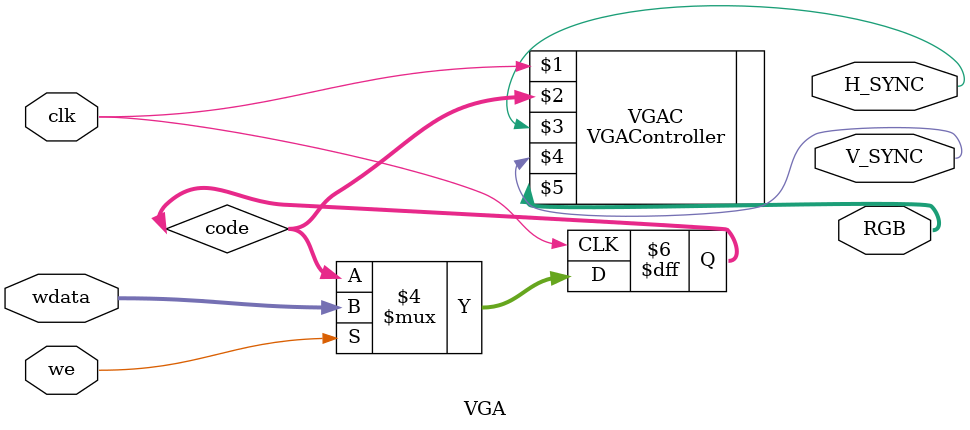
<source format=v>
module VGA(
	input clk,
	input [31:0]wdata,
	input we,
	output H_SYNC,
	output V_SYNC,
	output [11:0]RGB
);

	reg [31:0]code = 32'b0;
	always @(negedge clk) begin
		if(we) begin
			code <= wdata;
		end else begin
			code <= code;
		end
	end

	VGAController VGAC(clk, code, H_SYNC, V_SYNC, RGB);
endmodule
</source>
